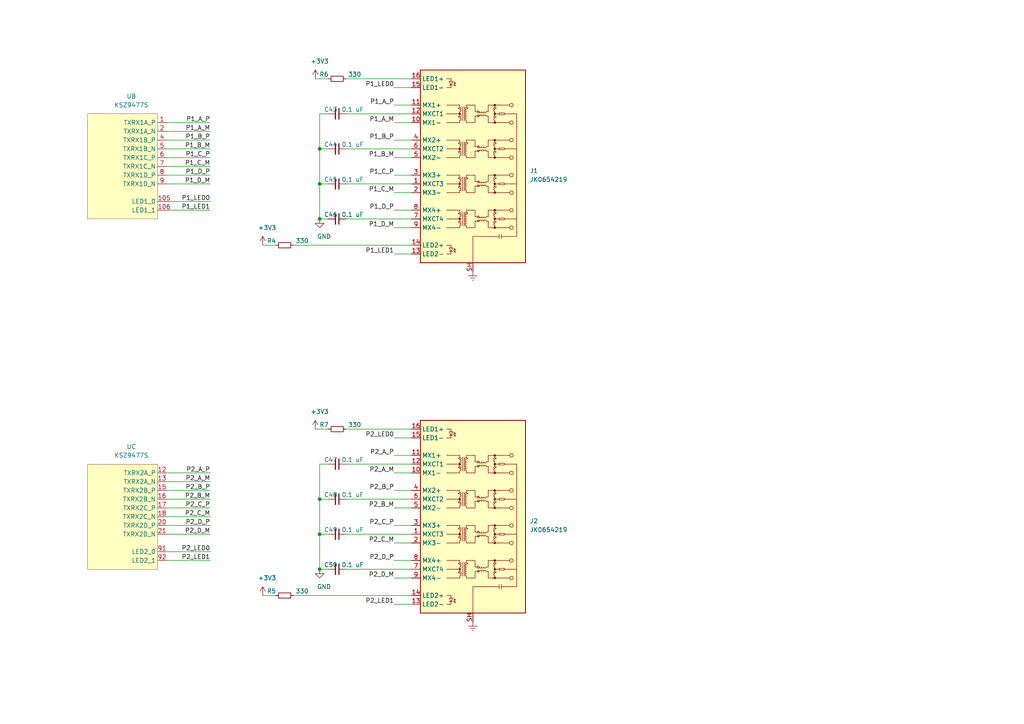
<source format=kicad_sch>
(kicad_sch (version 20210126) (generator eeschema)
  (paper "A4")
  (lib_symbols
    (symbol "Connector:JK0654219"
      (property "Reference" "J" (at -15.24 29.21 0))
      (property "Value" "JK0654219" (at 10.16 29.21 0))
      (symbol "JK0654219_1_1"
        (pin passive line (at -17.78 -5.08 0) (length 2.54) (name "MXCT3") (number "1"))
        (pin passive line (at -17.78 12.7 0) (length 2.54) (name "MX1-") (number "10"))
        (pin passive line (at -17.78 17.78 0) (length 2.54) (name "MX1+") (number "11"))
        (pin passive line (at -17.78 15.24 0) (length 2.54) (name "MXCT1") (number "12"))
        (pin passive line (at -17.78 -25.4 0) (length 2.54) (name "LED2-") (number "13"))
        (pin passive line (at -17.78 -22.86 0) (length 2.54) (name "LED2+") (number "14"))
        (pin passive line (at -17.78 22.86 0) (length 2.54) (name "LED1-") (number "15"))
        (pin passive line (at -17.78 25.4 0) (length 2.54) (name "LED1+") (number "16"))
        (pin passive line (at -17.78 -7.62 0) (length 2.54) (name "MX3-") (number "2"))
        (pin passive line (at -17.78 -2.54 0) (length 2.54) (name "MX3+") (number "3"))
        (pin passive line (at -17.78 7.62 0) (length 2.54) (name "MX2+") (number "4"))
        (pin passive line (at -17.78 2.54 0) (length 2.54) (name "MX2-") (number "5"))
        (pin passive line (at -17.78 5.08 0) (length 2.54) (name "MXCT2") (number "6"))
        (pin passive line (at -17.78 -15.24 0) (length 2.54) (name "MXCT4") (number "7"))
        (pin passive line (at -17.78 -12.7 0) (length 2.54) (name "MX4+") (number "8"))
        (pin passive line (at -17.78 -17.78 0) (length 2.54) (name "MX4-") (number "9"))
        (pin passive line (at 0 -30.48 90) (length 2.54) (name "~") (number "SH"))
      )
    )
    (symbol "Device:C_Small" (pin_numbers hide) (pin_names (offset 0.254) hide)
      (property "Reference" "C" (at 0.254 1.778 0))
      (property "Value" "C_Small" (at 0.254 -2.032 0))
      (symbol "C_Small_1_1"
        (pin passive line (at 0 2.54 270) (length 2.032) (name "~") (number "1"))
        (pin passive line (at 0 -2.54 90) (length 2.032) (name "~") (number "2"))
      )
    )
    (symbol "Device:R_Small" (pin_numbers hide) (pin_names (offset 0.254) hide)
      (property "Reference" "R" (at 0.762 0.508 0))
      (property "Value" "R_Small" (at 0.762 -1.016 0))
      (symbol "R_Small_1_1"
        (pin passive line (at 0 2.54 270) (length 0.762) (name "~") (number "1"))
        (pin passive line (at 0 -2.54 90) (length 0.762) (name "~") (number "2"))
      )
    )
    (symbol "local:KSZ9477S"
      (property "Reference" "U" (at 39.37 1.27 0))
      (property "Value" "KSZ9477S" (at 43.18 -3.81 0))
      (symbol "KSZ9477S_1_1"
        (pin output line (at -17.78 -5.08 0) (length 2.54) (name "SDO") (number "97"))
        (pin bidirectional line (at -17.78 -7.62 0) (length 2.54) (name "SDI/SDA/MDIO") (number "98"))
        (pin input line (at -19.05 -12.7 0) (length 3.81) (name "~SCS") (number "100"))
        (pin input line (at -19.05 -10.16 0) (length 3.81) (name "SCL/MDC") (number "101"))
        (pin output line (at 19.05 -6.35 180) (length 3.81) (name "XO") (number "125"))
        (pin input line (at 19.05 -3.81 180) (length 3.81) (name "XI") (number "126"))
        (pin output line (at -17.78 10.16 0) (length 2.54) (name "~PME") (number "93"))
        (pin output line (at -17.78 5.08 0) (length 2.54) (name "~INTRP") (number "94"))
        (pin input line (at -17.78 0 0) (length 2.54) (name "~RESET") (number "96"))
        (pin bidirectional line (at 17.78 1.27 180) (length 2.54) (name "SYNCLKO") (number "95"))
        (pin bidirectional line (at 17.78 6.35 180) (length 2.54) (name "GPIO_1") (number "90"))
        (pin open_collector line (at 19.05 -11.43 180) (length 3.81) (name "ISET") (number "127"))
        (pin input line (at 17.78 11.43 180) (length 2.54) (name "IBA") (number "67"))
        (pin no_connect line (at -2.54 17.78 270) (length 2.54) hide (name "NC") (number "73"))
        (pin no_connect line (at 0 17.78 270) (length 2.54) hide (name "NC") (number "74"))
        (pin no_connect line (at 2.54 19.05 270) (length 3.81) hide (name "NC") (number "108"))
      )
      (symbol "KSZ9477S_2_1"
        (pin bidirectional line (at 12.7 7.62 180) (length 2.54) (name "TXRX1B_P") (number "4"))
        (pin bidirectional line (at 12.7 5.08 180) (length 2.54) (name "TXRX1B_N") (number "5"))
        (pin bidirectional line (at 12.7 2.54 180) (length 2.54) (name "TXRX1C_P") (number "6"))
        (pin bidirectional line (at 12.7 0 180) (length 2.54) (name "TXRX1C_N") (number "7"))
        (pin bidirectional line (at 12.7 -2.54 180) (length 2.54) (name "TXRX1D_P") (number "8"))
        (pin bidirectional line (at 12.7 12.7 180) (length 2.54) (name "TXRX1A_P") (number "1"))
        (pin bidirectional line (at 12.7 10.16 180) (length 2.54) (name "TXRX1A_N") (number "2"))
        (pin bidirectional line (at 12.7 -5.08 180) (length 2.54) (name "TXRX1D_N") (number "9"))
        (pin bidirectional line (at 13.97 -10.16 180) (length 3.81) (name "LED1_0") (number "105"))
        (pin bidirectional line (at 13.97 -12.7 180) (length 3.81) (name "LED1_1") (number "106"))
      )
      (symbol "KSZ9477S_3_1"
        (pin bidirectional line (at 12.7 7.62 180) (length 2.54) (name "TXRX2B_P") (number "15"))
        (pin bidirectional line (at 12.7 5.08 180) (length 2.54) (name "TXRX2B_N") (number "16"))
        (pin bidirectional line (at 12.7 2.54 180) (length 2.54) (name "TXRX2C_P") (number "17"))
        (pin bidirectional line (at 12.7 0 180) (length 2.54) (name "TXRX2C_N") (number "18"))
        (pin bidirectional line (at 12.7 -2.54 180) (length 2.54) (name "TXRX2D_P") (number "20"))
        (pin bidirectional line (at 12.7 12.7 180) (length 2.54) (name "TXRX2A_P") (number "12"))
        (pin bidirectional line (at 12.7 10.16 180) (length 2.54) (name "TXRX2A_N") (number "13"))
        (pin bidirectional line (at 12.7 -5.08 180) (length 2.54) (name "TXRX2D_N") (number "21"))
        (pin bidirectional line (at 12.7 -10.16 180) (length 2.54) (name "LED2_0") (number "91"))
        (pin bidirectional line (at 12.7 -12.7 180) (length 2.54) (name "LED2_1") (number "92"))
      )
      (symbol "KSZ9477S_4_1"
        (pin bidirectional line (at 12.7 7.62 180) (length 2.54) (name "TXRX3B_P") (number "26"))
        (pin bidirectional line (at 12.7 5.08 180) (length 2.54) (name "TXRX3B_N") (number "27"))
        (pin bidirectional line (at 12.7 2.54 180) (length 2.54) (name "TXRX3C_P") (number "28"))
        (pin bidirectional line (at 12.7 0 180) (length 2.54) (name "TXRX3C_N") (number "29"))
        (pin bidirectional line (at 12.7 -2.54 180) (length 2.54) (name "TXRX3D_P") (number "31"))
        (pin bidirectional line (at 12.7 12.7 180) (length 2.54) (name "TXRX3A_P") (number "24"))
        (pin bidirectional line (at 12.7 10.16 180) (length 2.54) (name "TXRX3A_N") (number "25"))
        (pin bidirectional line (at 12.7 -5.08 180) (length 2.54) (name "TXRX3D_N") (number "32"))
        (pin bidirectional line (at 12.7 -10.16 180) (length 2.54) (name "LED3_0") (number "88"))
        (pin bidirectional line (at 12.7 -12.7 180) (length 2.54) (name "LED3_1") (number "89"))
      )
      (symbol "KSZ9477S_5_1"
        (pin bidirectional line (at 12.7 7.62 180) (length 2.54) (name "TXRX4B_P") (number "37"))
        (pin bidirectional line (at 12.7 5.08 180) (length 2.54) (name "TXRX4B_N") (number "38"))
        (pin bidirectional line (at 12.7 2.54 180) (length 2.54) (name "TXRX4C_P") (number "39"))
        (pin bidirectional line (at 12.7 0 180) (length 2.54) (name "TXRX4C_N") (number "40"))
        (pin bidirectional line (at 12.7 -2.54 180) (length 2.54) (name "TXRX4D_P") (number "42"))
        (pin bidirectional line (at 12.7 12.7 180) (length 2.54) (name "TXRX4A_P") (number "34"))
        (pin bidirectional line (at 12.7 10.16 180) (length 2.54) (name "TXRX4A_N") (number "35"))
        (pin bidirectional line (at 12.7 -5.08 180) (length 2.54) (name "TXRX4D_N") (number "43"))
        (pin bidirectional line (at 12.7 -10.16 180) (length 2.54) (name "LED4_0") (number "85"))
        (pin bidirectional line (at 12.7 -12.7 180) (length 2.54) (name "LED4_1") (number "86"))
      )
      (symbol "KSZ9477S_6_1"
        (pin bidirectional line (at 13.97 7.62 180) (length 3.81) (name "TXRX5B_P") (number "115"))
        (pin bidirectional line (at 13.97 5.08 180) (length 3.81) (name "TXRX5B_N") (number "116"))
        (pin bidirectional line (at 13.97 2.54 180) (length 3.81) (name "TXRX5C_P") (number "117"))
        (pin bidirectional line (at 13.97 0 180) (length 3.81) (name "TXRX5C_N") (number "118"))
        (pin bidirectional line (at 13.97 -2.54 180) (length 3.81) (name "TXRX5D_P") (number "120"))
        (pin bidirectional line (at 13.97 12.7 180) (length 3.81) (name "TXRX5A_P") (number "112"))
        (pin bidirectional line (at 13.97 10.16 180) (length 3.81) (name "TXRX5A_N") (number "113"))
        (pin bidirectional line (at 13.97 -5.08 180) (length 3.81) (name "TXRX5D_N") (number "121"))
        (pin bidirectional line (at 13.97 -10.16 180) (length 3.81) (name "LED5_0") (number "102"))
        (pin bidirectional line (at 13.97 -12.7 180) (length 3.81) (name "LED5_1") (number "103"))
      )
      (symbol "KSZ9477S_7_1"
        (pin bidirectional line (at -16.51 -20.32 0) (length 2.54) (name "RXD6_3") (number "62"))
        (pin bidirectional line (at -16.51 -17.78 0) (length 2.54) (name "RXD6_2") (number "63"))
        (pin bidirectional line (at -16.51 -15.24 0) (length 2.54) (name "RXD6_1") (number "64"))
        (pin bidirectional line (at -16.51 -12.7 0) (length 2.54) (name "RXD6_0") (number "65"))
        (pin bidirectional line (at -16.51 -2.54 0) (length 2.54) (name "RX_CLK6/REFCLKO6") (number "57"))
        (pin bidirectional line (at -16.51 -5.08 0) (length 2.54) (name "RX_DV6/CRS_DV6/RX_CTL6") (number "58"))
        (pin bidirectional line (at -16.51 -7.62 0) (length 2.54) (name "RX_ER6") (number "59"))
        (pin input line (at -16.51 2.54 0) (length 2.54) (name "TXD6_3") (number "52"))
        (pin input line (at -16.51 5.08 0) (length 2.54) (name "TXD6_2") (number "53"))
        (pin input line (at -16.51 7.62 0) (length 2.54) (name "TXD6_1") (number "54"))
        (pin input line (at -16.51 10.16 0) (length 2.54) (name "TXD6_0") (number "55"))
        (pin bidirectional line (at -16.51 20.32 0) (length 2.54) (name "TX_CLK6/REFCLKI6") (number "48"))
        (pin input line (at -16.51 17.78 0) (length 2.54) (name "TX_EN6/TX_CTL6") (number "49"))
        (pin input line (at -16.51 15.24 0) (length 2.54) (name "TX_ER6") (number "50"))
        (pin bidirectional line (at -16.51 12.7 0) (length 2.54) (name "COL6") (number "51"))
        (pin bidirectional line (at -16.51 -10.16 0) (length 2.54) (name "CRS6") (number "60"))
      )
      (symbol "KSZ9477S_8_1"
        (pin open_collector line (at -11.43 5.08 0) (length 2.54) (name "S_REXT") (number "76"))
        (pin output line (at -11.43 -5.08 0) (length 2.54) (name "S_OUT7_N") (number "82"))
        (pin output line (at -11.43 -2.54 0) (length 2.54) (name "S_OUT7_P") (number "81"))
        (pin input line (at -11.43 2.54 0) (length 2.54) (name "S_IN7_N") (number "78"))
        (pin input line (at -11.43 0 0) (length 2.54) (name "S_IN7_P") (number "79"))
      )
      (symbol "KSZ9477S_9_1"
        (pin power_in line (at 17.78 -13.97 180) (length 2.54) (name "GND") (number "46"))
        (pin power_in line (at 17.78 -3.81 180) (length 2.54) (name "VDDIO") (number "61"))
        (pin power_in line (at 17.78 24.13 180) (length 2.54) (name "AVDDH") (number "10"))
        (pin power_in line (at -17.78 -13.97 0) (length 2.54) (name "AVDDL") (number "3"))
        (pin power_in line (at -17.78 13.97 0) (length 2.54) (name "DVDDL") (number "11"))
        (pin power_in line (at -17.78 22.86 0) (length 2.54) (name "VDDLS") (number "71"))
        (pin power_in line (at 17.78 3.81 180) (length 2.54) (name "VDDHS") (number "72"))
        (pin power_in line (at 17.78 -6.35 180) (length 2.54) (name "VDDIO") (number "68"))
        (pin power_in line (at 17.78 -8.89 180) (length 2.54) (name "VDDIO") (number "99"))
        (pin power_in line (at 17.78 21.59 180) (length 2.54) (name "AVDDH") (number "22"))
        (pin power_in line (at 17.78 19.05 180) (length 2.54) (name "AVDDH") (number "33"))
        (pin power_in line (at 17.78 16.51 180) (length 2.54) (name "AVDDH") (number "44"))
        (pin power_in line (at 19.05 13.97 180) (length 3.81) (name "AVDDH") (number "111"))
        (pin power_in line (at 19.05 11.43 180) (length 3.81) (name "AVDDH") (number "122"))
        (pin power_in line (at 19.05 8.89 180) (length 3.81) (name "AVDDH") (number "128"))
        (pin power_in line (at -17.78 -16.51 0) (length 2.54) (name "AVDDL") (number "14"))
        (pin power_in line (at -17.78 -19.05 0) (length 2.54) (name "AVDDL") (number "19"))
        (pin power_in line (at -17.78 -21.59 0) (length 2.54) (name "AVDDL") (number "30"))
        (pin power_in line (at -17.78 -24.13 0) (length 2.54) (name "AVDDL") (number "36"))
        (pin power_in line (at -17.78 -26.67 0) (length 2.54) (name "AVDDL") (number "41"))
        (pin power_in line (at -19.05 -29.21 0) (length 3.81) (name "AVDDL") (number "114"))
        (pin power_in line (at -19.05 -31.75 0) (length 3.81) (name "AVDDL") (number "119"))
        (pin power_in line (at -19.05 -34.29 0) (length 3.81) (name "AVDDL") (number "124"))
        (pin power_in line (at -17.78 11.43 0) (length 2.54) (name "DVDDL") (number "23"))
        (pin power_in line (at -17.78 8.89 0) (length 2.54) (name "DVDDL") (number "45"))
        (pin power_in line (at -17.78 6.35 0) (length 2.54) (name "DVDDL") (number "56"))
        (pin power_in line (at -17.78 3.81 0) (length 2.54) (name "DVDDL") (number "66"))
        (pin power_in line (at -17.78 1.27 0) (length 2.54) (name "DVDDL") (number "70"))
        (pin power_in line (at -17.78 -1.27 0) (length 2.54) (name "DVDDL") (number "87"))
        (pin power_in line (at -19.05 -3.81 0) (length 3.81) (name "DVDDL") (number "104"))
        (pin power_in line (at -19.05 -6.35 0) (length 3.81) (name "DVDDL") (number "110"))
        (pin power_in line (at -17.78 20.32 0) (length 2.54) (name "VDDLS") (number "84"))
        (pin power_in line (at 17.78 1.27 180) (length 2.54) (name "VDDHS") (number "83"))
        (pin power_in line (at 17.78 -16.51 180) (length 2.54) (name "GND") (number "47"))
        (pin power_in line (at 17.78 -19.05 180) (length 2.54) (name "GND") (number "69"))
        (pin power_in line (at 17.78 -21.59 180) (length 2.54) (name "GND") (number "75"))
        (pin power_in line (at 17.78 -24.13 180) (length 2.54) (name "GND") (number "77"))
        (pin power_in line (at 17.78 -26.67 180) (length 2.54) (name "GND") (number "80"))
        (pin power_in line (at 19.05 -29.21 180) (length 3.81) (name "GND") (number "107"))
        (pin power_in line (at 19.05 -31.75 180) (length 3.81) (name "GND") (number "109"))
        (pin power_in line (at 19.05 -34.29 180) (length 3.81) (name "GND") (number "123"))
        (pin power_in line (at 19.05 -36.83 180) (length 3.81) (name "PAD") (number "129"))
      )
    )
    (symbol "local:KSZ9477S_1"
      (property "Reference" "U" (at 39.37 1.27 0))
      (property "Value" "KSZ9477S" (at 43.18 -3.81 0))
      (symbol "KSZ9477S_1_1_1"
        (pin output line (at -17.78 -5.08 0) (length 2.54) (name "SDO") (number "97"))
        (pin bidirectional line (at -17.78 -7.62 0) (length 2.54) (name "SDI/SDA/MDIO") (number "98"))
        (pin input line (at -19.05 -12.7 0) (length 3.81) (name "~SCS") (number "100"))
        (pin input line (at -19.05 -10.16 0) (length 3.81) (name "SCL/MDC") (number "101"))
        (pin output line (at 19.05 -6.35 180) (length 3.81) (name "XO") (number "125"))
        (pin input line (at 19.05 -3.81 180) (length 3.81) (name "XI") (number "126"))
        (pin output line (at -17.78 10.16 0) (length 2.54) (name "~PME") (number "93"))
        (pin output line (at -17.78 5.08 0) (length 2.54) (name "~INTRP") (number "94"))
        (pin input line (at -17.78 0 0) (length 2.54) (name "~RESET") (number "96"))
        (pin bidirectional line (at 17.78 1.27 180) (length 2.54) (name "SYNCLKO") (number "95"))
        (pin bidirectional line (at 17.78 6.35 180) (length 2.54) (name "GPIO_1") (number "90"))
        (pin open_collector line (at 19.05 -11.43 180) (length 3.81) (name "ISET") (number "127"))
        (pin input line (at 17.78 11.43 180) (length 2.54) (name "IBA") (number "67"))
        (pin no_connect line (at -2.54 17.78 270) (length 2.54) hide (name "NC") (number "73"))
        (pin no_connect line (at 0 17.78 270) (length 2.54) hide (name "NC") (number "74"))
        (pin no_connect line (at 2.54 19.05 270) (length 3.81) hide (name "NC") (number "108"))
      )
      (symbol "KSZ9477S_1_2_1"
        (pin bidirectional line (at 12.7 7.62 180) (length 2.54) (name "TXRX1B_P") (number "4"))
        (pin bidirectional line (at 12.7 5.08 180) (length 2.54) (name "TXRX1B_N") (number "5"))
        (pin bidirectional line (at 12.7 2.54 180) (length 2.54) (name "TXRX1C_P") (number "6"))
        (pin bidirectional line (at 12.7 0 180) (length 2.54) (name "TXRX1C_N") (number "7"))
        (pin bidirectional line (at 12.7 -2.54 180) (length 2.54) (name "TXRX1D_P") (number "8"))
        (pin bidirectional line (at 12.7 12.7 180) (length 2.54) (name "TXRX1A_P") (number "1"))
        (pin bidirectional line (at 12.7 10.16 180) (length 2.54) (name "TXRX1A_N") (number "2"))
        (pin bidirectional line (at 12.7 -5.08 180) (length 2.54) (name "TXRX1D_N") (number "9"))
        (pin bidirectional line (at 13.97 -10.16 180) (length 3.81) (name "LED1_0") (number "105"))
        (pin bidirectional line (at 13.97 -12.7 180) (length 3.81) (name "LED1_1") (number "106"))
      )
      (symbol "KSZ9477S_1_3_1"
        (pin bidirectional line (at 12.7 7.62 180) (length 2.54) (name "TXRX2B_P") (number "15"))
        (pin bidirectional line (at 12.7 5.08 180) (length 2.54) (name "TXRX2B_N") (number "16"))
        (pin bidirectional line (at 12.7 2.54 180) (length 2.54) (name "TXRX2C_P") (number "17"))
        (pin bidirectional line (at 12.7 0 180) (length 2.54) (name "TXRX2C_N") (number "18"))
        (pin bidirectional line (at 12.7 -2.54 180) (length 2.54) (name "TXRX2D_P") (number "20"))
        (pin bidirectional line (at 12.7 12.7 180) (length 2.54) (name "TXRX2A_P") (number "12"))
        (pin bidirectional line (at 12.7 10.16 180) (length 2.54) (name "TXRX2A_N") (number "13"))
        (pin bidirectional line (at 12.7 -5.08 180) (length 2.54) (name "TXRX2D_N") (number "21"))
        (pin bidirectional line (at 12.7 -10.16 180) (length 2.54) (name "LED2_0") (number "91"))
        (pin bidirectional line (at 12.7 -12.7 180) (length 2.54) (name "LED2_1") (number "92"))
      )
      (symbol "KSZ9477S_1_4_1"
        (pin bidirectional line (at 12.7 7.62 180) (length 2.54) (name "TXRX3B_P") (number "26"))
        (pin bidirectional line (at 12.7 5.08 180) (length 2.54) (name "TXRX3B_N") (number "27"))
        (pin bidirectional line (at 12.7 2.54 180) (length 2.54) (name "TXRX3C_P") (number "28"))
        (pin bidirectional line (at 12.7 0 180) (length 2.54) (name "TXRX3C_N") (number "29"))
        (pin bidirectional line (at 12.7 -2.54 180) (length 2.54) (name "TXRX3D_P") (number "31"))
        (pin bidirectional line (at 12.7 12.7 180) (length 2.54) (name "TXRX3A_P") (number "24"))
        (pin bidirectional line (at 12.7 10.16 180) (length 2.54) (name "TXRX3A_N") (number "25"))
        (pin bidirectional line (at 12.7 -5.08 180) (length 2.54) (name "TXRX3D_N") (number "32"))
        (pin bidirectional line (at 12.7 -10.16 180) (length 2.54) (name "LED3_0") (number "88"))
        (pin bidirectional line (at 12.7 -12.7 180) (length 2.54) (name "LED3_1") (number "89"))
      )
      (symbol "KSZ9477S_1_5_1"
        (pin bidirectional line (at 12.7 7.62 180) (length 2.54) (name "TXRX4B_P") (number "37"))
        (pin bidirectional line (at 12.7 5.08 180) (length 2.54) (name "TXRX4B_N") (number "38"))
        (pin bidirectional line (at 12.7 2.54 180) (length 2.54) (name "TXRX4C_P") (number "39"))
        (pin bidirectional line (at 12.7 0 180) (length 2.54) (name "TXRX4C_N") (number "40"))
        (pin bidirectional line (at 12.7 -2.54 180) (length 2.54) (name "TXRX4D_P") (number "42"))
        (pin bidirectional line (at 12.7 12.7 180) (length 2.54) (name "TXRX4A_P") (number "34"))
        (pin bidirectional line (at 12.7 10.16 180) (length 2.54) (name "TXRX4A_N") (number "35"))
        (pin bidirectional line (at 12.7 -5.08 180) (length 2.54) (name "TXRX4D_N") (number "43"))
        (pin bidirectional line (at 12.7 -10.16 180) (length 2.54) (name "LED4_0") (number "85"))
        (pin bidirectional line (at 12.7 -12.7 180) (length 2.54) (name "LED4_1") (number "86"))
      )
      (symbol "KSZ9477S_1_6_1"
        (pin bidirectional line (at 13.97 7.62 180) (length 3.81) (name "TXRX5B_P") (number "115"))
        (pin bidirectional line (at 13.97 5.08 180) (length 3.81) (name "TXRX5B_N") (number "116"))
        (pin bidirectional line (at 13.97 2.54 180) (length 3.81) (name "TXRX5C_P") (number "117"))
        (pin bidirectional line (at 13.97 0 180) (length 3.81) (name "TXRX5C_N") (number "118"))
        (pin bidirectional line (at 13.97 -2.54 180) (length 3.81) (name "TXRX5D_P") (number "120"))
        (pin bidirectional line (at 13.97 12.7 180) (length 3.81) (name "TXRX5A_P") (number "112"))
        (pin bidirectional line (at 13.97 10.16 180) (length 3.81) (name "TXRX5A_N") (number "113"))
        (pin bidirectional line (at 13.97 -5.08 180) (length 3.81) (name "TXRX5D_N") (number "121"))
        (pin bidirectional line (at 13.97 -10.16 180) (length 3.81) (name "LED5_0") (number "102"))
        (pin bidirectional line (at 13.97 -12.7 180) (length 3.81) (name "LED5_1") (number "103"))
      )
      (symbol "KSZ9477S_1_7_1"
        (pin bidirectional line (at -16.51 -20.32 0) (length 2.54) (name "RXD6_3") (number "62"))
        (pin bidirectional line (at -16.51 -17.78 0) (length 2.54) (name "RXD6_2") (number "63"))
        (pin bidirectional line (at -16.51 -15.24 0) (length 2.54) (name "RXD6_1") (number "64"))
        (pin bidirectional line (at -16.51 -12.7 0) (length 2.54) (name "RXD6_0") (number "65"))
        (pin bidirectional line (at -16.51 -2.54 0) (length 2.54) (name "RX_CLK6/REFCLKO6") (number "57"))
        (pin bidirectional line (at -16.51 -5.08 0) (length 2.54) (name "RX_DV6/CRS_DV6/RX_CTL6") (number "58"))
        (pin bidirectional line (at -16.51 -7.62 0) (length 2.54) (name "RX_ER6") (number "59"))
        (pin input line (at -16.51 2.54 0) (length 2.54) (name "TXD6_3") (number "52"))
        (pin input line (at -16.51 5.08 0) (length 2.54) (name "TXD6_2") (number "53"))
        (pin input line (at -16.51 7.62 0) (length 2.54) (name "TXD6_1") (number "54"))
        (pin input line (at -16.51 10.16 0) (length 2.54) (name "TXD6_0") (number "55"))
        (pin bidirectional line (at -16.51 20.32 0) (length 2.54) (name "TX_CLK6/REFCLKI6") (number "48"))
        (pin input line (at -16.51 17.78 0) (length 2.54) (name "TX_EN6/TX_CTL6") (number "49"))
        (pin input line (at -16.51 15.24 0) (length 2.54) (name "TX_ER6") (number "50"))
        (pin bidirectional line (at -16.51 12.7 0) (length 2.54) (name "COL6") (number "51"))
        (pin bidirectional line (at -16.51 -10.16 0) (length 2.54) (name "CRS6") (number "60"))
      )
      (symbol "KSZ9477S_1_8_1"
        (pin open_collector line (at -11.43 5.08 0) (length 2.54) (name "S_REXT") (number "76"))
        (pin output line (at -11.43 -5.08 0) (length 2.54) (name "S_OUT7_N") (number "82"))
        (pin output line (at -11.43 -2.54 0) (length 2.54) (name "S_OUT7_P") (number "81"))
        (pin input line (at -11.43 2.54 0) (length 2.54) (name "S_IN7_N") (number "78"))
        (pin input line (at -11.43 0 0) (length 2.54) (name "S_IN7_P") (number "79"))
      )
      (symbol "KSZ9477S_1_9_1"
        (pin power_in line (at 17.78 -13.97 180) (length 2.54) (name "GND") (number "46"))
        (pin power_in line (at 17.78 -3.81 180) (length 2.54) (name "VDDIO") (number "61"))
        (pin power_in line (at 17.78 24.13 180) (length 2.54) (name "AVDDH") (number "10"))
        (pin power_in line (at -17.78 -13.97 0) (length 2.54) (name "AVDDL") (number "3"))
        (pin power_in line (at -17.78 13.97 0) (length 2.54) (name "DVDDL") (number "11"))
        (pin power_in line (at -17.78 22.86 0) (length 2.54) (name "VDDLS") (number "71"))
        (pin power_in line (at 17.78 3.81 180) (length 2.54) (name "VDDHS") (number "72"))
        (pin power_in line (at 17.78 -6.35 180) (length 2.54) (name "VDDIO") (number "68"))
        (pin power_in line (at 17.78 -8.89 180) (length 2.54) (name "VDDIO") (number "99"))
        (pin power_in line (at 17.78 21.59 180) (length 2.54) (name "AVDDH") (number "22"))
        (pin power_in line (at 17.78 19.05 180) (length 2.54) (name "AVDDH") (number "33"))
        (pin power_in line (at 17.78 16.51 180) (length 2.54) (name "AVDDH") (number "44"))
        (pin power_in line (at 19.05 13.97 180) (length 3.81) (name "AVDDH") (number "111"))
        (pin power_in line (at 19.05 11.43 180) (length 3.81) (name "AVDDH") (number "122"))
        (pin power_in line (at 19.05 8.89 180) (length 3.81) (name "AVDDH") (number "128"))
        (pin power_in line (at -17.78 -16.51 0) (length 2.54) (name "AVDDL") (number "14"))
        (pin power_in line (at -17.78 -19.05 0) (length 2.54) (name "AVDDL") (number "19"))
        (pin power_in line (at -17.78 -21.59 0) (length 2.54) (name "AVDDL") (number "30"))
        (pin power_in line (at -17.78 -24.13 0) (length 2.54) (name "AVDDL") (number "36"))
        (pin power_in line (at -17.78 -26.67 0) (length 2.54) (name "AVDDL") (number "41"))
        (pin power_in line (at -19.05 -29.21 0) (length 3.81) (name "AVDDL") (number "114"))
        (pin power_in line (at -19.05 -31.75 0) (length 3.81) (name "AVDDL") (number "119"))
        (pin power_in line (at -19.05 -34.29 0) (length 3.81) (name "AVDDL") (number "124"))
        (pin power_in line (at -17.78 11.43 0) (length 2.54) (name "DVDDL") (number "23"))
        (pin power_in line (at -17.78 8.89 0) (length 2.54) (name "DVDDL") (number "45"))
        (pin power_in line (at -17.78 6.35 0) (length 2.54) (name "DVDDL") (number "56"))
        (pin power_in line (at -17.78 3.81 0) (length 2.54) (name "DVDDL") (number "66"))
        (pin power_in line (at -17.78 1.27 0) (length 2.54) (name "DVDDL") (number "70"))
        (pin power_in line (at -17.78 -1.27 0) (length 2.54) (name "DVDDL") (number "87"))
        (pin power_in line (at -19.05 -3.81 0) (length 3.81) (name "DVDDL") (number "104"))
        (pin power_in line (at -19.05 -6.35 0) (length 3.81) (name "DVDDL") (number "110"))
        (pin power_in line (at -17.78 20.32 0) (length 2.54) (name "VDDLS") (number "84"))
        (pin power_in line (at 17.78 1.27 180) (length 2.54) (name "VDDHS") (number "83"))
        (pin power_in line (at 17.78 -16.51 180) (length 2.54) (name "GND") (number "47"))
        (pin power_in line (at 17.78 -19.05 180) (length 2.54) (name "GND") (number "69"))
        (pin power_in line (at 17.78 -21.59 180) (length 2.54) (name "GND") (number "75"))
        (pin power_in line (at 17.78 -24.13 180) (length 2.54) (name "GND") (number "77"))
        (pin power_in line (at 17.78 -26.67 180) (length 2.54) (name "GND") (number "80"))
        (pin power_in line (at 19.05 -29.21 180) (length 3.81) (name "GND") (number "107"))
        (pin power_in line (at 19.05 -31.75 180) (length 3.81) (name "GND") (number "109"))
        (pin power_in line (at 19.05 -34.29 180) (length 3.81) (name "GND") (number "123"))
        (pin power_in line (at 19.05 -36.83 180) (length 3.81) (name "PAD") (number "129"))
      )
    )
    (symbol "power:+3V3" (power) (pin_names (offset 0))
      (property "Value" "+3V3" (at 0 3.556 0))
      (symbol "+3V3_1_1"
        (pin power_in line (at 0 0 90) (length 0) hide (name "+3V3") (number "1"))
      )
    )
    (symbol "power:Earth" (power) (pin_names (offset 0))
      (symbol "Earth_1_1"
        (pin power_in line (at 0 0 270) (length 0) hide (name "Earth") (number "1"))
      )
    )
    (symbol "power:GND" (power) (pin_names (offset 0))
      (property "Value" "GND" (at 0 -3.81 0))
      (symbol "GND_1_1"
        (pin power_in line (at 0 0 270) (length 0) hide (name "GND") (number "1"))
      )
    )
  )
  (junction (at 92.71 43.18) (diameter 0.9144))
  (junction (at 92.71 53.34) (diameter 0.9144))
  (junction (at 92.71 63.5) (diameter 0.9144))
  (junction (at 92.71 144.78) (diameter 0.9144))
  (junction (at 92.71 154.94) (diameter 0.9144))
  (junction (at 92.71 165.1) (diameter 0.9144))
  (wire (pts (xy 48.26 35.56) (xy 60.96 35.56)))
  (wire (pts (xy 48.26 38.1) (xy 60.96 38.1)))
  (wire (pts (xy 48.26 40.64) (xy 60.96 40.64)))
  (wire (pts (xy 48.26 43.18) (xy 60.96 43.18)))
  (wire (pts (xy 48.26 45.72) (xy 60.96 45.72)))
  (wire (pts (xy 48.26 48.26) (xy 60.96 48.26)))
  (wire (pts (xy 48.26 50.8) (xy 60.96 50.8)))
  (wire (pts (xy 48.26 53.34) (xy 60.96 53.34)))
  (wire (pts (xy 48.26 137.16) (xy 60.96 137.16)))
  (wire (pts (xy 48.26 139.7) (xy 60.96 139.7)))
  (wire (pts (xy 48.26 142.24) (xy 60.96 142.24)))
  (wire (pts (xy 48.26 144.78) (xy 60.96 144.78)))
  (wire (pts (xy 48.26 147.32) (xy 60.96 147.32)))
  (wire (pts (xy 48.26 149.86) (xy 60.96 149.86)))
  (wire (pts (xy 48.26 152.4) (xy 60.96 152.4)))
  (wire (pts (xy 48.26 154.94) (xy 60.96 154.94)))
  (wire (pts (xy 48.26 160.02) (xy 60.96 160.02)))
  (wire (pts (xy 48.26 162.56) (xy 60.96 162.56)))
  (wire (pts (xy 49.53 58.42) (xy 60.96 58.42)))
  (wire (pts (xy 49.53 60.96) (xy 60.96 60.96)))
  (wire (pts (xy 76.2 71.12) (xy 80.01 71.12)))
  (wire (pts (xy 76.2 172.72) (xy 80.01 172.72)))
  (wire (pts (xy 85.09 71.12) (xy 119.38 71.12)))
  (wire (pts (xy 85.09 172.72) (xy 119.38 172.72)))
  (wire (pts (xy 91.44 22.86) (xy 95.25 22.86)))
  (wire (pts (xy 91.44 124.46) (xy 95.25 124.46)))
  (wire (pts (xy 92.71 33.02) (xy 92.71 43.18)))
  (wire (pts (xy 92.71 43.18) (xy 92.71 53.34)))
  (wire (pts (xy 92.71 43.18) (xy 95.25 43.18)))
  (wire (pts (xy 92.71 53.34) (xy 92.71 63.5)))
  (wire (pts (xy 92.71 53.34) (xy 95.25 53.34)))
  (wire (pts (xy 92.71 63.5) (xy 95.25 63.5)))
  (wire (pts (xy 92.71 134.62) (xy 92.71 144.78)))
  (wire (pts (xy 92.71 144.78) (xy 92.71 154.94)))
  (wire (pts (xy 92.71 144.78) (xy 95.25 144.78)))
  (wire (pts (xy 92.71 154.94) (xy 92.71 165.1)))
  (wire (pts (xy 92.71 154.94) (xy 95.25 154.94)))
  (wire (pts (xy 92.71 165.1) (xy 95.25 165.1)))
  (wire (pts (xy 95.25 33.02) (xy 92.71 33.02)))
  (wire (pts (xy 95.25 134.62) (xy 92.71 134.62)))
  (wire (pts (xy 100.33 22.86) (xy 119.38 22.86)))
  (wire (pts (xy 100.33 33.02) (xy 119.38 33.02)))
  (wire (pts (xy 100.33 43.18) (xy 119.38 43.18)))
  (wire (pts (xy 100.33 53.34) (xy 119.38 53.34)))
  (wire (pts (xy 100.33 63.5) (xy 119.38 63.5)))
  (wire (pts (xy 100.33 124.46) (xy 119.38 124.46)))
  (wire (pts (xy 100.33 134.62) (xy 119.38 134.62)))
  (wire (pts (xy 100.33 144.78) (xy 119.38 144.78)))
  (wire (pts (xy 100.33 154.94) (xy 119.38 154.94)))
  (wire (pts (xy 100.33 165.1) (xy 119.38 165.1)))
  (wire (pts (xy 114.3 25.4) (xy 119.38 25.4)))
  (wire (pts (xy 114.3 30.48) (xy 119.38 30.48)))
  (wire (pts (xy 114.3 35.56) (xy 119.38 35.56)))
  (wire (pts (xy 114.3 40.64) (xy 119.38 40.64)))
  (wire (pts (xy 114.3 45.72) (xy 119.38 45.72)))
  (wire (pts (xy 114.3 50.8) (xy 119.38 50.8)))
  (wire (pts (xy 114.3 55.88) (xy 119.38 55.88)))
  (wire (pts (xy 114.3 60.96) (xy 119.38 60.96)))
  (wire (pts (xy 114.3 66.04) (xy 119.38 66.04)))
  (wire (pts (xy 114.3 73.66) (xy 119.38 73.66)))
  (wire (pts (xy 114.3 127) (xy 119.38 127)))
  (wire (pts (xy 114.3 132.08) (xy 119.38 132.08)))
  (wire (pts (xy 114.3 137.16) (xy 119.38 137.16)))
  (wire (pts (xy 114.3 142.24) (xy 119.38 142.24)))
  (wire (pts (xy 114.3 147.32) (xy 119.38 147.32)))
  (wire (pts (xy 114.3 152.4) (xy 119.38 152.4)))
  (wire (pts (xy 114.3 157.48) (xy 119.38 157.48)))
  (wire (pts (xy 114.3 162.56) (xy 119.38 162.56)))
  (wire (pts (xy 114.3 167.64) (xy 119.38 167.64)))
  (wire (pts (xy 114.3 175.26) (xy 119.38 175.26)))
  (label "P1_A_P" (at 60.96 35.56 180))
  (label "P1_A_M" (at 60.96 38.1 180))
  (label "P1_B_P" (at 60.96 40.64 180))
  (label "P1_B_M" (at 60.96 43.18 180))
  (label "P1_C_P" (at 60.96 45.72 180))
  (label "P1_C_M" (at 60.96 48.26 180))
  (label "P1_D_P" (at 60.96 50.8 180))
  (label "P1_D_M" (at 60.96 53.34 180))
  (label "P1_LED0" (at 60.96 58.42 180))
  (label "P1_LED1" (at 60.96 60.96 180))
  (label "P2_A_P" (at 60.96 137.16 180))
  (label "P2_A_M" (at 60.96 139.7 180))
  (label "P2_B_P" (at 60.96 142.24 180))
  (label "P2_B_M" (at 60.96 144.78 180))
  (label "P2_C_P" (at 60.96 147.32 180))
  (label "P2_C_M" (at 60.96 149.86 180))
  (label "P2_D_P" (at 60.96 152.4 180))
  (label "P2_D_M" (at 60.96 154.94 180))
  (label "P2_LED0" (at 60.96 160.02 180))
  (label "P2_LED1" (at 60.96 162.56 180))
  (label "P1_LED0" (at 114.3 25.4 180))
  (label "P1_A_P" (at 114.3 30.48 180))
  (label "P1_A_M" (at 114.3 35.56 180))
  (label "P1_B_P" (at 114.3 40.64 180))
  (label "P1_B_M" (at 114.3 45.72 180))
  (label "P1_C_P" (at 114.3 50.8 180))
  (label "P1_C_M" (at 114.3 55.88 180))
  (label "P1_D_P" (at 114.3 60.96 180))
  (label "P1_D_M" (at 114.3 66.04 180))
  (label "P1_LED1" (at 114.3 73.66 180))
  (label "P2_LED0" (at 114.3 127 180))
  (label "P2_A_P" (at 114.3 132.08 180))
  (label "P2_A_M" (at 114.3 137.16 180))
  (label "P2_B_P" (at 114.3 142.24 180))
  (label "P2_B_M" (at 114.3 147.32 180))
  (label "P2_C_P" (at 114.3 152.4 180))
  (label "P2_C_M" (at 114.3 157.48 180))
  (label "P2_D_P" (at 114.3 162.56 180))
  (label "P2_D_M" (at 114.3 167.64 180))
  (label "P2_LED1" (at 114.3 175.26 180))
  (symbol (lib_id "power:+3V3") (at 76.2 71.12 0) (unit 1)
    (property "Reference" "#PWR0128" (effects hide))
    (property "Value" "+3V3" (at 77.47 66.04 0))
  )
  (symbol (lib_id "power:+3V3") (at 76.2 172.72 0) (unit 1)
    (property "Reference" "#PWR0126" (effects hide))
    (property "Value" "+3V3" (at 77.47 167.64 0))
  )
  (symbol (lib_id "power:+3V3") (at 91.44 22.86 0) (unit 1)
    (property "Reference" "#PWR0129" (effects hide))
    (property "Value" "+3V3" (at 92.71 17.78 0))
  )
  (symbol (lib_id "power:+3V3") (at 91.44 124.46 0) (unit 1)
    (property "Reference" "#PWR0127" (effects hide))
    (property "Value" "+3V3" (at 92.71 119.38 0))
  )
  (symbol (lib_id "power:GND") (at 92.71 63.5 0) (unit 1)
    (property "Reference" "#PWR0117" (effects hide))
    (property "Value" "GND" (at 93.98 68.58 0))
  )
  (symbol (lib_id "power:GND") (at 92.71 165.1 0) (unit 1)
    (property "Reference" "#PWR0116" (effects hide))
    (property "Value" "GND" (at 93.98 170.18 0))
  )
  (symbol (lib_id "power:Earth") (at 137.16 78.74 0) (unit 1)
    (property "Reference" "#PWR0119" (effects hide))
    (property "Value" "Earth" (effects hide))
  )
  (symbol (lib_id "power:Earth") (at 137.16 180.34 0) (unit 1)
    (property "Reference" "#PWR0118" (effects hide))
    (property "Value" "Earth" (effects hide))
  )
  (symbol (lib_id "Device:R_Small") (at 82.55 71.12 90) (unit 1)
    (property "Reference" "R4" (at 78.74 69.85 90))
    (property "Value" "330" (at 87.63 69.85 90))
    (property "Footprint" "Resistor_SMD:R_0805_2012Metric_Pad1.20x1.40mm_HandSolder" (effects hide))
  )
  (symbol (lib_id "Device:R_Small") (at 82.55 172.72 90) (unit 1)
    (property "Reference" "R5" (at 78.74 171.45 90))
    (property "Value" "330" (at 87.63 171.45 90))
    (property "Footprint" "Resistor_SMD:R_0805_2012Metric_Pad1.20x1.40mm_HandSolder" (effects hide))
  )
  (symbol (lib_id "Device:R_Small") (at 97.79 22.86 90) (unit 1)
    (property "Reference" "R6" (at 93.98 21.59 90))
    (property "Value" "330" (at 102.87 21.59 90))
    (property "Footprint" "Resistor_SMD:R_0805_2012Metric_Pad1.20x1.40mm_HandSolder" (effects hide))
  )
  (symbol (lib_id "Device:R_Small") (at 97.79 124.46 90) (unit 1)
    (property "Reference" "R7" (at 93.98 123.19 90))
    (property "Value" "330" (at 102.87 123.19 90))
    (property "Footprint" "Resistor_SMD:R_0805_2012Metric_Pad1.20x1.40mm_HandSolder" (effects hide))
  )
  (symbol (lib_id "Device:C_Small") (at 97.79 33.02 270) (unit 1)
    (property "Reference" "C43" (at 93.98 31.75 90) (effects (justify left)))
    (property "Value" "0.1 uF" (at 99.06 31.75 90) (effects (justify left)))
    (property "Footprint" "Capacitor_SMD:C_0402_1005Metric_Pad0.74x0.62mm_HandSolder" (effects hide))
  )
  (symbol (lib_id "Device:C_Small") (at 97.79 43.18 270) (unit 1)
    (property "Reference" "C44" (at 93.98 41.91 90) (effects (justify left)))
    (property "Value" "0.1 uF" (at 99.06 41.91 90) (effects (justify left)))
    (property "Footprint" "Capacitor_SMD:C_0402_1005Metric_Pad0.74x0.62mm_HandSolder" (effects hide))
  )
  (symbol (lib_id "Device:C_Small") (at 97.79 53.34 270) (unit 1)
    (property "Reference" "C45" (at 93.98 52.07 90) (effects (justify left)))
    (property "Value" "0.1 uF" (at 99.06 52.07 90) (effects (justify left)))
    (property "Footprint" "Capacitor_SMD:C_0402_1005Metric_Pad0.74x0.62mm_HandSolder" (effects hide))
  )
  (symbol (lib_id "Device:C_Small") (at 97.79 63.5 270) (unit 1)
    (property "Reference" "C46" (at 93.98 62.23 90) (effects (justify left)))
    (property "Value" "0.1 uF" (at 99.06 62.23 90) (effects (justify left)))
    (property "Footprint" "Capacitor_SMD:C_0402_1005Metric_Pad0.74x0.62mm_HandSolder" (effects hide))
  )
  (symbol (lib_id "Device:C_Small") (at 97.79 134.62 270) (unit 1)
    (property "Reference" "C47" (at 93.98 133.35 90) (effects (justify left)))
    (property "Value" "0.1 uF" (at 99.06 133.35 90) (effects (justify left)))
    (property "Footprint" "Capacitor_SMD:C_0402_1005Metric_Pad0.74x0.62mm_HandSolder" (effects hide))
  )
  (symbol (lib_id "Device:C_Small") (at 97.79 144.78 270) (unit 1)
    (property "Reference" "C48" (at 93.98 143.51 90) (effects (justify left)))
    (property "Value" "0.1 uF" (at 99.06 143.51 90) (effects (justify left)))
    (property "Footprint" "Capacitor_SMD:C_0402_1005Metric_Pad0.74x0.62mm_HandSolder" (effects hide))
  )
  (symbol (lib_id "Device:C_Small") (at 97.79 154.94 270) (unit 1)
    (property "Reference" "C49" (at 93.98 153.67 90) (effects (justify left)))
    (property "Value" "0.1 uF" (at 99.06 153.67 90) (effects (justify left)))
    (property "Footprint" "Capacitor_SMD:C_0402_1005Metric_Pad0.74x0.62mm_HandSolder" (effects hide))
  )
  (symbol (lib_id "Device:C_Small") (at 97.79 165.1 270) (unit 1)
    (property "Reference" "C50" (at 93.98 163.83 90) (effects (justify left)))
    (property "Value" "0.1 uF" (at 99.06 163.83 90) (effects (justify left)))
    (property "Footprint" "Capacitor_SMD:C_0402_1005Metric_Pad0.74x0.62mm_HandSolder" (effects hide))
  )
  (symbol (lib_id "local:KSZ9477S") (at 35.56 149.86 0) (unit 3)
    (property "Reference" "U" (at 38.1 129.54 0))
    (property "Value" "KSZ9477S" (at 38.1 132.08 0))
    (property "Footprint" "footprints:TQFP-128_14x14mm_P0.4mm_EP10x10mm_ThermalVias" (effects hide))
    (property "Datasheet" "https://ww1.microchip.com/downloads/en/DeviceDoc/KSZ9477S-Data-Sheet-DS00002392C.pdf" (effects hide))
  )
  (symbol (lib_name "local:KSZ9477S_1") (lib_id "local:KSZ9477S") (at 35.56 48.26 0) (unit 2)
    (property "Reference" "U" (at 38.1 27.94 0))
    (property "Value" "KSZ9477S" (at 38.1 30.48 0))
    (property "Footprint" "Package_QFP:TQFP-128_14x14mm_P0.4mm" (effects hide))
    (property "Datasheet" "https://ww1.microchip.com/downloads/en/DeviceDoc/KSZ9477S-Data-Sheet-DS00002392C.pdf" (effects hide))
  )
  (symbol (lib_id "Connector:JK0654219") (at 137.16 48.26 0) (unit 1)
    (property "Reference" "J1" (at 153.67 49.53 0) (effects (justify left)))
    (property "Value" "JK0654219" (at 153.67 52.07 0) (effects (justify left)))
    (property "Footprint" "Connector_RJ:RJ45_Pulse_JK0654219NL_Horizontal" (effects hide))
    (property "Datasheet" "https://media.digikey.com/pdf/Data%20Sheets/Pulse%20PDFs/JK%20Series.pdf" (effects hide))
  )
  (symbol (lib_id "Connector:JK0654219") (at 137.16 149.86 0) (unit 1)
    (property "Reference" "J2" (at 153.67 151.13 0) (effects (justify left)))
    (property "Value" "JK0654219" (at 153.67 153.67 0) (effects (justify left)))
    (property "Footprint" "Connector_RJ:RJ45_Pulse_JK0654219NL_Horizontal" (effects hide))
    (property "Datasheet" "https://media.digikey.com/pdf/Data%20Sheets/Pulse%20PDFs/JK%20Series.pdf" (effects hide))
  )
)
</source>
